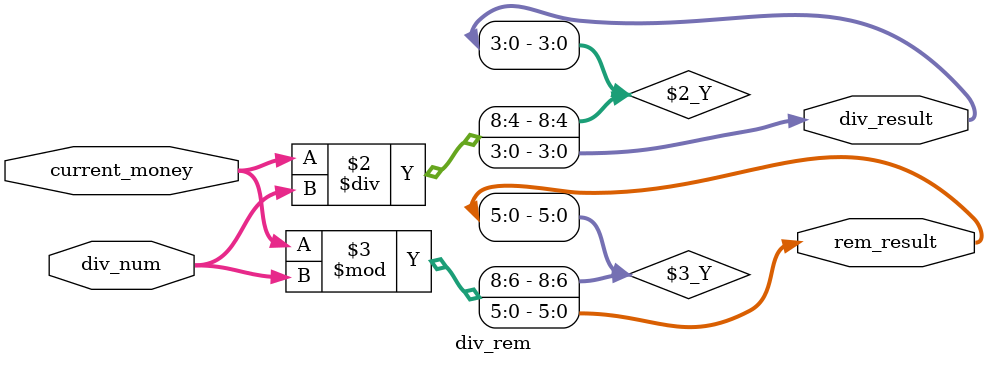
<source format=v>
module VM(
    input wire clk,
    input wire rst_n,
    input wire in_price_valid,
    input wire in_coin_valid,
    input wire [4:0] in_price,
    input wire [5:0] in_coin,
    input wire in_refund_coin,
    input wire [2:0] in_buy_item,
    output reg out_valid,
    output reg [3:0] out_result,
    output reg [5:0] out_num
);
//==================================================================
// parameter & integer
//==================================================================
localparam  IDLE = 2'b00;
localparam  INPUT = 2'b01;
localparam  OUTPUT = 2'b10;

/*
A = [10,20,23,25,28]
B = [5,6,7,8,9]
assign C[0] = A[0] * B[0];
assign C[1] = A[1] * B[1];
assign C[2] = A[2] * B[2];
assign C[3] = A[3] * B[3];
assign C[4] = A[4] * B[4];

// c code
C[0] = A[0] * B[0];
C[1] = A[1] * B[1]; 
C[2] = A[2] * B[2];
C[3] = A[3] * B[3];
C[4] = A[4] * B[4];
*/

integer i;
//==================================================================
// Regs declartion
//==================================================================
reg [1:0] state, next_state;
reg [4:0] price[0:6];
reg [5:0] buy_cnt[0:5];
reg [2:0] input_cnt;
reg [8:0] current_money;

reg [2:0] output_cnt;
reg [2:0] in_buy_item_reg;

reg insufficient_coin_reg;

reg not_refund_coin;

reg [3:0] div_result_50_reg, div_result_20_reg, div_result_10_reg, div_result_5_reg, rem_result_5_reg;
//==================================================================
// Wires declartion
//==================================================================
wire insufficient_coin;
wire [4:0] item_price;
wire [5:0] rem_result_50 , rem_result_20, rem_result_10, rem_result_5;
wire [3:0] div_result_50, div_result_20, div_result_10, div_result_5;
//==================================================================
// Design
//==================================================================
// FSM
always @(posedge clk or negedge rst_n) begin
    if(!rst_n) state <= IDLE;
    else state <= next_state;
end

always @(*) begin
    case (state)
        IDLE: next_state = in_coin_valid ? INPUT : IDLE;
        INPUT: next_state = !in_coin_valid ? OUTPUT : INPUT;
        OUTPUT: next_state = output_cnt == 3'd5 ? IDLE : OUTPUT;
        default: next_state = IDLE;
    endcase
end

// input_cnt
always @(posedge clk or negedge rst_n) begin
    if(!rst_n) input_cnt <= 0;
    else if(state == IDLE && in_price_valid) input_cnt <= input_cnt + 1;
    else  input_cnt <= 0;
end

// price
always @(posedge clk) begin
    price[0] <= 0;
    if(state == IDLE && in_price_valid) price[input_cnt + 1] <= in_price;
end

// buy_cnt
always @(posedge clk) begin
    if(state == IDLE && in_price_valid) for(i = 0; i < 6; i = i + 1) buy_cnt[i] <= 0;
    else if(state == INPUT && !in_coin_valid && !insufficient_coin && !in_refund_coin) buy_cnt[in_buy_item-1] <= buy_cnt[in_buy_item-1] + 1;
end

// current_money

always @(posedge clk or negedge rst_n) begin
    if(!rst_n) current_money <= 0;
    else if(next_state == INPUT) current_money <= current_money + in_coin;
    else if(state == INPUT && !in_coin_valid && !insufficient_coin) current_money <= current_money - item_price;
    else if(state == IDLE && !not_refund_coin) current_money <= 0;
    else current_money <= current_money; 
end

always @(posedge clk or negedge rst_n) begin
    if(!rst_n) in_buy_item_reg <= 0;
    else in_buy_item_reg <= in_buy_item;
end

assign item_price = price[in_buy_item];
assign insufficient_coin = current_money < item_price;

div_rem div_rem_50 (.current_money(current_money), .div_num(6'd50), .div_result(div_result_50), .rem_result(rem_result_50));
div_rem div_rem_20 (.current_money({3'b0, rem_result_50}), .div_num(6'd20), .div_result(div_result_20), .rem_result(rem_result_20));
div_rem div_rem_10 (.current_money({3'b0, rem_result_20}), .div_num(6'd10), .div_result(div_result_10), .rem_result(rem_result_10));
div_rem div_rem_5 (.current_money({3'b0, rem_result_10}), .div_num(6'd5), .div_result(div_result_5), .rem_result(rem_result_5));

always @(posedge clk or negedge rst_n) begin
    if(!rst_n) begin
        div_result_50_reg <= 0;
        div_result_20_reg <= 0;
        div_result_10_reg <= 0;
        div_result_5_reg <= 0;
        rem_result_5_reg <= 0;
    end
    else   begin
        div_result_50_reg <= div_result_50;
        div_result_20_reg <= div_result_20;
        div_result_10_reg <= div_result_10;
        div_result_5_reg <= div_result_5;
        rem_result_5_reg <= rem_result_5[3:0];
    end
end
// insufficient_coin_reg

always @(posedge clk) begin
    if(state == INPUT) insufficient_coin_reg <= insufficient_coin;
    else insufficient_coin_reg <= insufficient_coin_reg;
end

// not_refund_coin
always @(posedge clk or negedge rst_n) begin
    if(!rst_n) not_refund_coin <= 0;
    else if(state == INPUT && !in_coin_valid && insufficient_coin) not_refund_coin <= 1;
    else if(state == INPUT && !in_coin_valid && !insufficient_coin) not_refund_coin <= 0;
    else not_refund_coin <= not_refund_coin;
end

//output_cnt
always @(posedge clk or negedge rst_n) begin
    if(!rst_n) output_cnt <= 0;
    else if(state == OUTPUT) output_cnt <= output_cnt + 1;
    else output_cnt <= 0;
end

// out_num
always @(*) begin
    if(!rst_n) out_num = 0;
    else out_num = buy_cnt[output_cnt];
end

// out_result
always @(*) begin
    if(insufficient_coin_reg) out_result = 0;
    else begin
        case(output_cnt) 
            0: out_result = in_buy_item_reg;
            1: out_result = div_result_50_reg;
            2: out_result = div_result_20_reg;
            3: out_result = div_result_10_reg;
            4: out_result = div_result_5_reg;
            5: out_result = rem_result_5_reg;
            default: out_result = 0;
    endcase
    end
end

// out_valid
always @(*) begin
    if(state == OUTPUT) out_valid = 1;
    else out_valid = 0;
end

endmodule

module div_rem(
    input [8:0] current_money,
    input [5:0] div_num,
    output [3:0] div_result,
    output [5:0] rem_result
)
;
    assign div_result = current_money / div_num;
    assign rem_result = current_money % div_num;

endmodule
</source>
